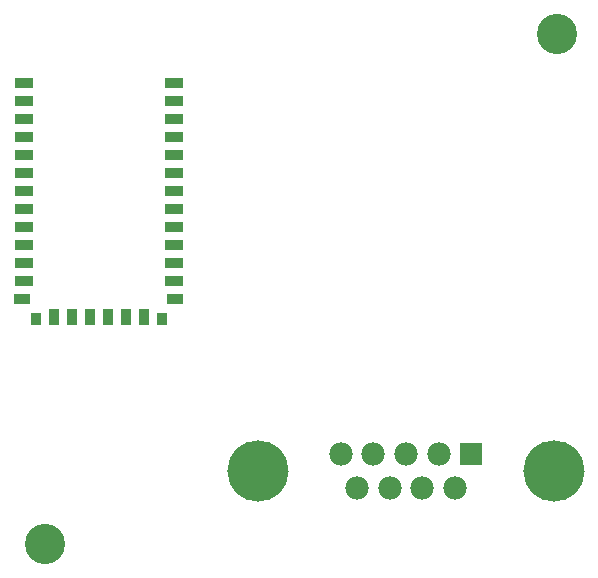
<source format=gbs>
G75*
G70*
%OFA0B0*%
%FSLAX24Y24*%
%IPPOS*%
%LPD*%
%AMOC8*
5,1,8,0,0,1.08239X$1,22.5*
%
%ADD10R,0.0640X0.0360*%
%ADD11R,0.0540X0.0360*%
%ADD12R,0.0360X0.0440*%
%ADD13R,0.0360X0.0540*%
%ADD14C,0.1340*%
%ADD15R,0.0780X0.0780*%
%ADD16C,0.0780*%
%ADD17C,0.2040*%
D10*
X000951Y012697D03*
X000951Y013297D03*
X000951Y013897D03*
X000951Y014497D03*
X000951Y015097D03*
X000951Y015697D03*
X000951Y016297D03*
X000951Y016897D03*
X000951Y017497D03*
X000951Y018097D03*
X000951Y018697D03*
X000951Y019297D03*
X005951Y019297D03*
X005951Y018697D03*
X005951Y018097D03*
X005951Y017497D03*
X005951Y016897D03*
X005951Y016297D03*
X005951Y015697D03*
X005951Y015097D03*
X005951Y014497D03*
X005951Y013897D03*
X005951Y013297D03*
X005951Y012697D03*
D11*
X006001Y012097D03*
X000901Y012097D03*
D12*
X001351Y011447D03*
X005551Y011447D03*
D13*
X004951Y011497D03*
X004351Y011497D03*
X003751Y011497D03*
X003151Y011497D03*
X002551Y011497D03*
X001951Y011497D03*
D14*
X001640Y003938D03*
X018727Y020946D03*
D15*
X015868Y006938D03*
D16*
X014778Y006938D03*
X015321Y005820D03*
X014231Y005820D03*
X013144Y005820D03*
X013687Y006938D03*
X012597Y006938D03*
X011506Y006938D03*
X012053Y005820D03*
D17*
X008766Y006379D03*
X018609Y006379D03*
M02*

</source>
